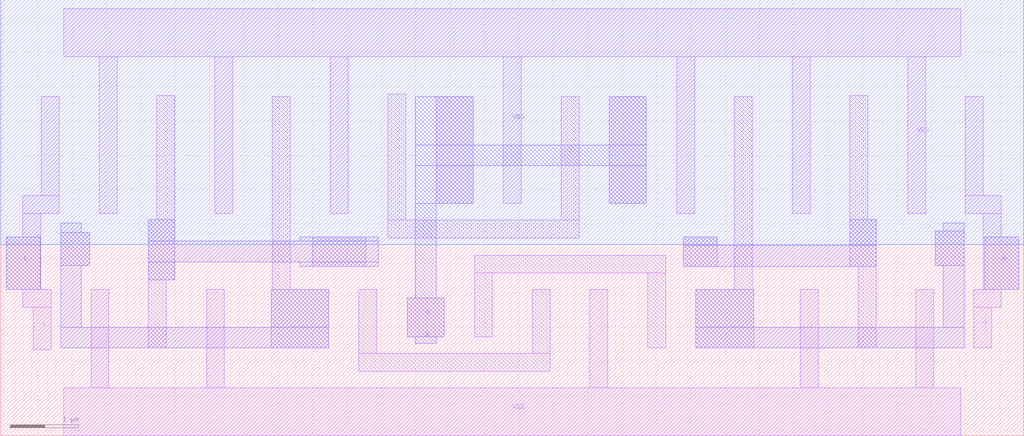
<source format=lef>
VERSION 5.7 ;
  NOWIREEXTENSIONATPIN ON ;
  DIVIDERCHAR "/" ;
  BUSBITCHARS "[]" ;
MACRO gf180mcu_gp9t3v3__comp2_1
  CLASS BLOCK ;
  FOREIGN gf180mcu_gp9t3v3__comp2_1 ;
  ORIGIN 64.035 -64.415 ;
  SIZE 14.880 BY 6.350 ;
  PIN L
    ANTENNADIFFAREA 1.377000 ;
    PORT
      LAYER Metal1 ;
        RECT -63.450 67.915 -63.190 69.355 ;
        RECT -63.715 67.655 -63.190 67.915 ;
        RECT -63.715 67.310 -63.455 67.655 ;
        RECT -63.960 66.545 -63.455 67.310 ;
        RECT -63.715 66.285 -63.305 66.545 ;
        RECT -63.565 65.670 -63.305 66.285 ;
      LAYER Metal2 ;
        RECT -63.960 66.545 -63.465 67.310 ;
    END
  END L
  PIN E
    ANTENNADIFFAREA 2.295000 ;
    PORT
      LAYER Metal1 ;
        RECT -57.705 67.800 -57.165 69.355 ;
        RECT -55.185 67.800 -54.645 69.355 ;
        RECT -58.125 65.855 -57.585 66.425 ;
      LAYER Metal2 ;
        RECT -58.005 68.650 -57.165 69.355 ;
        RECT -55.185 68.650 -54.645 69.355 ;
        RECT -58.005 68.350 -54.645 68.650 ;
        RECT -58.005 67.800 -57.165 68.350 ;
        RECT -55.185 67.800 -54.645 68.350 ;
        RECT -58.005 66.425 -57.705 67.800 ;
        RECT -58.125 65.855 -57.585 66.425 ;
        RECT -58.005 65.760 -57.705 65.855 ;
    END
  END E
  PIN G
    ANTENNADIFFAREA 1.377000 ;
    PORT
      LAYER Metal1 ;
        RECT -50.005 67.915 -49.745 69.355 ;
        RECT -50.005 67.655 -49.485 67.915 ;
        RECT -49.745 67.310 -49.485 67.655 ;
        RECT -49.745 66.545 -49.230 67.310 ;
        RECT -49.885 66.285 -49.485 66.545 ;
        RECT -49.885 65.700 -49.625 66.285 ;
      LAYER Metal2 ;
        RECT -49.725 66.545 -49.230 67.310 ;
    END
  END G
  PIN VDD
    USE POWER ;
    PORT
      LAYER Nwell ;
        RECT -64.035 67.205 -49.155 70.765 ;
      LAYER Metal1 ;
        RECT -63.120 69.935 -50.070 70.635 ;
        RECT -62.605 67.655 -62.345 69.935 ;
        RECT -60.925 67.655 -60.665 69.935 ;
        RECT -59.245 67.655 -58.985 69.935 ;
        RECT -56.725 67.800 -56.465 69.935 ;
        RECT -54.205 67.655 -53.945 69.935 ;
        RECT -52.525 67.655 -52.265 69.935 ;
        RECT -50.845 67.655 -50.585 69.935 ;
    END
  END VDD
  PIN VSS
    USE GROUND ;
    PORT
      LAYER Metal1 ;
        RECT -62.725 65.115 -62.465 66.545 ;
        RECT -61.045 65.115 -60.785 66.545 ;
        RECT -55.470 65.115 -55.210 66.545 ;
        RECT -52.405 65.115 -52.145 66.545 ;
        RECT -50.725 65.115 -50.465 66.545 ;
        RECT -63.120 64.415 -50.070 65.115 ;
    END
  END VSS
  OBS
      LAYER Metal1 ;
        RECT -61.770 67.565 -61.510 69.370 ;
        RECT -63.165 66.895 -62.745 67.375 ;
        RECT -61.890 66.685 -61.510 67.565 ;
        RECT -61.890 65.695 -61.630 66.685 ;
        RECT -60.085 66.545 -59.825 69.355 ;
        RECT -58.405 67.560 -58.145 69.390 ;
        RECT -55.885 67.560 -55.625 69.355 ;
        RECT -59.510 66.885 -58.725 67.310 ;
        RECT -58.405 67.300 -55.625 67.560 ;
        RECT -57.145 66.785 -54.365 67.045 ;
        RECT -54.110 66.885 -53.615 67.315 ;
        RECT -60.105 65.695 -59.265 66.545 ;
        RECT -58.830 65.615 -58.570 66.545 ;
        RECT -57.145 65.855 -56.885 66.785 ;
        RECT -56.305 65.615 -56.045 66.545 ;
        RECT -54.625 65.695 -54.365 66.785 ;
        RECT -53.365 66.545 -53.105 69.355 ;
        RECT -51.685 67.565 -51.425 69.370 ;
        RECT -51.685 66.885 -51.305 67.565 ;
        RECT -50.445 66.895 -50.025 67.400 ;
        RECT -53.925 65.695 -53.085 66.545 ;
        RECT -51.565 65.695 -51.305 66.885 ;
        RECT -58.830 65.355 -56.045 65.615 ;
      LAYER Metal2 ;
        RECT -63.165 67.375 -62.865 67.515 ;
        RECT -63.165 66.895 -62.745 67.375 ;
        RECT -61.890 67.250 -61.510 67.565 ;
        RECT -59.685 67.250 -58.545 67.310 ;
        RECT -61.890 66.950 -58.545 67.250 ;
        RECT -63.165 65.995 -62.865 66.895 ;
        RECT -61.890 66.685 -61.510 66.950 ;
        RECT -59.685 66.885 -58.545 66.950 ;
        RECT -54.110 67.185 -53.615 67.315 ;
        RECT -51.685 67.185 -51.305 67.565 ;
        RECT -50.325 67.400 -50.025 67.515 ;
        RECT -54.110 66.885 -51.305 67.185 ;
        RECT -50.445 66.895 -50.025 67.400 ;
        RECT -60.105 65.995 -59.265 66.545 ;
        RECT -63.165 65.695 -59.265 65.995 ;
        RECT -53.925 65.995 -53.085 66.545 ;
        RECT -50.325 65.995 -50.025 66.895 ;
        RECT -53.925 65.695 -50.025 65.995 ;
  END
END gf180mcu_gp9t3v3__comp2_1
END LIBRARY


</source>
